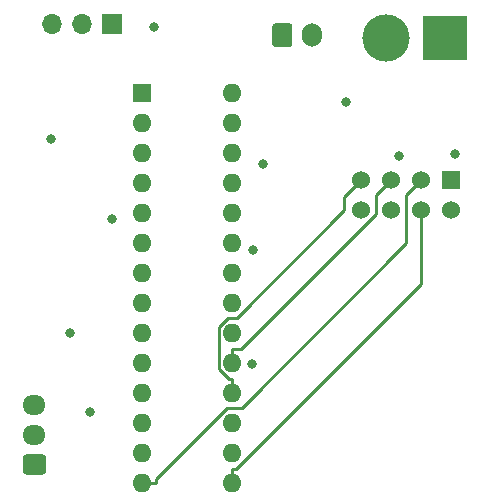
<source format=gbr>
G04 #@! TF.GenerationSoftware,KiCad,Pcbnew,5.1.6-c6e7f7d~87~ubuntu20.04.1*
G04 #@! TF.CreationDate,2020-10-16T00:20:04+02:00*
G04 #@! TF.ProjectId,soil_humidity_module,736f696c-5f68-4756-9d69-646974795f6d,rev?*
G04 #@! TF.SameCoordinates,Original*
G04 #@! TF.FileFunction,Copper,L3,Inr*
G04 #@! TF.FilePolarity,Positive*
%FSLAX46Y46*%
G04 Gerber Fmt 4.6, Leading zero omitted, Abs format (unit mm)*
G04 Created by KiCad (PCBNEW 5.1.6-c6e7f7d~87~ubuntu20.04.1) date 2020-10-16 00:20:04*
%MOMM*%
%LPD*%
G01*
G04 APERTURE LIST*
G04 #@! TA.AperFunction,ViaPad*
%ADD10R,3.800000X3.800000*%
G04 #@! TD*
G04 #@! TA.AperFunction,ViaPad*
%ADD11C,4.000000*%
G04 #@! TD*
G04 #@! TA.AperFunction,ViaPad*
%ADD12O,1.950000X1.700000*%
G04 #@! TD*
G04 #@! TA.AperFunction,ViaPad*
%ADD13O,1.700000X2.000000*%
G04 #@! TD*
G04 #@! TA.AperFunction,ViaPad*
%ADD14R,1.700000X1.700000*%
G04 #@! TD*
G04 #@! TA.AperFunction,ViaPad*
%ADD15O,1.700000X1.700000*%
G04 #@! TD*
G04 #@! TA.AperFunction,ViaPad*
%ADD16C,1.524000*%
G04 #@! TD*
G04 #@! TA.AperFunction,ViaPad*
%ADD17R,1.524000X1.524000*%
G04 #@! TD*
G04 #@! TA.AperFunction,ViaPad*
%ADD18R,1.600000X1.600000*%
G04 #@! TD*
G04 #@! TA.AperFunction,ViaPad*
%ADD19O,1.600000X1.600000*%
G04 #@! TD*
G04 #@! TA.AperFunction,ViaPad*
%ADD20C,0.800000*%
G04 #@! TD*
G04 #@! TA.AperFunction,Conductor*
%ADD21C,0.250000*%
G04 #@! TD*
G04 APERTURE END LIST*
D10*
X171450000Y-88595200D03*
D11*
X166450000Y-88595200D03*
D12*
X136652000Y-119714000D03*
X136652000Y-122214000D03*
G04 #@! TA.AperFunction,ViaPad*
G36*
G01*
X137377000Y-125564000D02*
X135927000Y-125564000D01*
G75*
G02*
X135677000Y-125314000I0J250000D01*
G01*
X135677000Y-124114000D01*
G75*
G02*
X135927000Y-123864000I250000J0D01*
G01*
X137377000Y-123864000D01*
G75*
G02*
X137627000Y-124114000I0J-250000D01*
G01*
X137627000Y-125314000D01*
G75*
G02*
X137377000Y-125564000I-250000J0D01*
G01*
G37*
G04 #@! TD.AperFunction*
D13*
X160132400Y-88366600D03*
G04 #@! TA.AperFunction,ViaPad*
G36*
G01*
X156782400Y-89116600D02*
X156782400Y-87616600D01*
G75*
G02*
X157032400Y-87366600I250000J0D01*
G01*
X158232400Y-87366600D01*
G75*
G02*
X158482400Y-87616600I0J-250000D01*
G01*
X158482400Y-89116600D01*
G75*
G02*
X158232400Y-89366600I-250000J0D01*
G01*
X157032400Y-89366600D01*
G75*
G02*
X156782400Y-89116600I0J250000D01*
G01*
G37*
G04 #@! TD.AperFunction*
D14*
X143256000Y-87376000D03*
D15*
X140716000Y-87376000D03*
X138176000Y-87376000D03*
D16*
X164338000Y-103124000D03*
X164338000Y-100584000D03*
X166878000Y-103124000D03*
X166878000Y-100584000D03*
X169418000Y-103124000D03*
X169418000Y-100584000D03*
X171958000Y-103124000D03*
D17*
X171958000Y-100584000D03*
D18*
X145796000Y-93218000D03*
D19*
X153416000Y-126238000D03*
X145796000Y-95758000D03*
X153416000Y-123698000D03*
X145796000Y-98298000D03*
X153416000Y-121158000D03*
X145796000Y-100838000D03*
X153416000Y-118618000D03*
X145796000Y-103378000D03*
X153416000Y-116078000D03*
X145796000Y-105918000D03*
X153416000Y-113538000D03*
X145796000Y-108458000D03*
X153416000Y-110998000D03*
X145796000Y-110998000D03*
X153416000Y-108458000D03*
X145796000Y-113538000D03*
X153416000Y-105918000D03*
X145796000Y-116078000D03*
X153416000Y-103378000D03*
X145796000Y-118618000D03*
X153416000Y-100838000D03*
X145796000Y-121158000D03*
X153416000Y-98298000D03*
X145796000Y-123698000D03*
X153416000Y-95758000D03*
X145796000Y-126238000D03*
X153416000Y-93218000D03*
D20*
X167538400Y-98628200D03*
X163068000Y-94005400D03*
X172237400Y-98425000D03*
X146812000Y-87630000D03*
X139700000Y-113538000D03*
X138049000Y-97155000D03*
X155067000Y-116205000D03*
X143256000Y-103886000D03*
X155194000Y-106553000D03*
X141325600Y-120243600D03*
X155981400Y-99237800D03*
D21*
X145796000Y-126238000D02*
X146921000Y-126238000D01*
X146921000Y-126238000D02*
X146921000Y-125957000D01*
X146921000Y-125957000D02*
X152990000Y-119888000D01*
X152990000Y-119888000D02*
X154234000Y-119888000D01*
X154234000Y-119888000D02*
X168148000Y-105974000D01*
X168148000Y-105974000D02*
X168148000Y-101854000D01*
X168148000Y-101854000D02*
X169418000Y-100584000D01*
X153416000Y-126238000D02*
X153416000Y-125113000D01*
X153416000Y-125113000D02*
X153697000Y-125113000D01*
X153697000Y-125113000D02*
X169418000Y-109392000D01*
X169418000Y-109392000D02*
X169418000Y-103124000D01*
X153416000Y-116078000D02*
X153416000Y-114953000D01*
X153416000Y-114953000D02*
X154119000Y-114953000D01*
X154119000Y-114953000D02*
X165608000Y-103464000D01*
X165608000Y-103464000D02*
X165608000Y-101854000D01*
X165608000Y-101854000D02*
X166878000Y-100584000D01*
X153416000Y-118618000D02*
X153416000Y-117493000D01*
X153416000Y-117493000D02*
X153135000Y-117493000D01*
X153135000Y-117493000D02*
X152272000Y-116630000D01*
X152272000Y-116630000D02*
X152272000Y-113056000D01*
X152272000Y-113056000D02*
X153060000Y-112268000D01*
X153060000Y-112268000D02*
X153767000Y-112268000D01*
X153767000Y-112268000D02*
X162885000Y-103149000D01*
X162885000Y-103149000D02*
X162885000Y-102037000D01*
X162885000Y-102037000D02*
X164338000Y-100584000D01*
M02*

</source>
